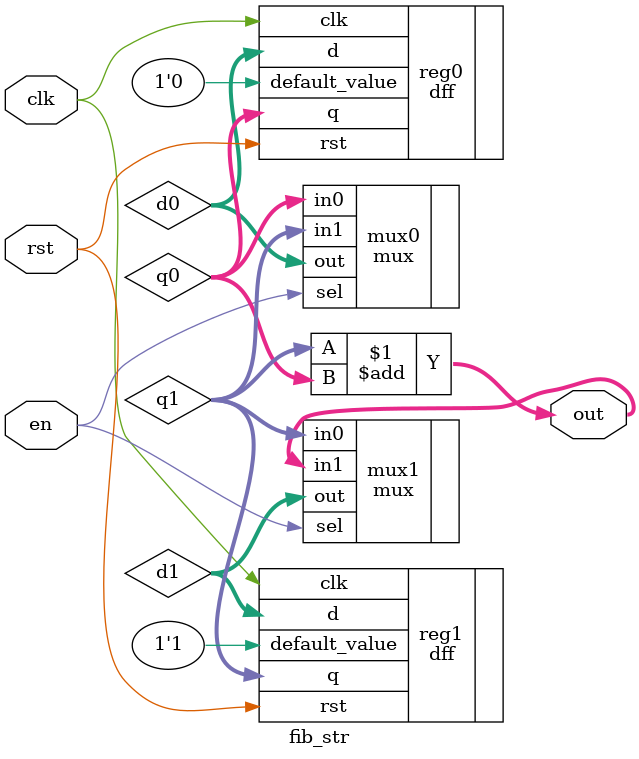
<source format=v>
`timescale 1ns / 1ps

module fib_str(
    input en, input clk, input rst,
    output [15:0] out
);

wire [15:0] d1, d0;
wire [15:0] q1, q0;
dff reg1(.d(d1), .q(q1), .clk(clk), .rst(rst), .default_value(1'b1));
dff reg0(.d(d0), .q(q0), .clk(clk), .rst(rst), .default_value(1'b0));

mux mux1(.in0(q1), .in1(out), .sel(en), .out(d1));
mux mux0(.in0(q0), .in1(q1), .sel(en), .out(d0));

assign out = q1 + q0;

endmodule
</source>
